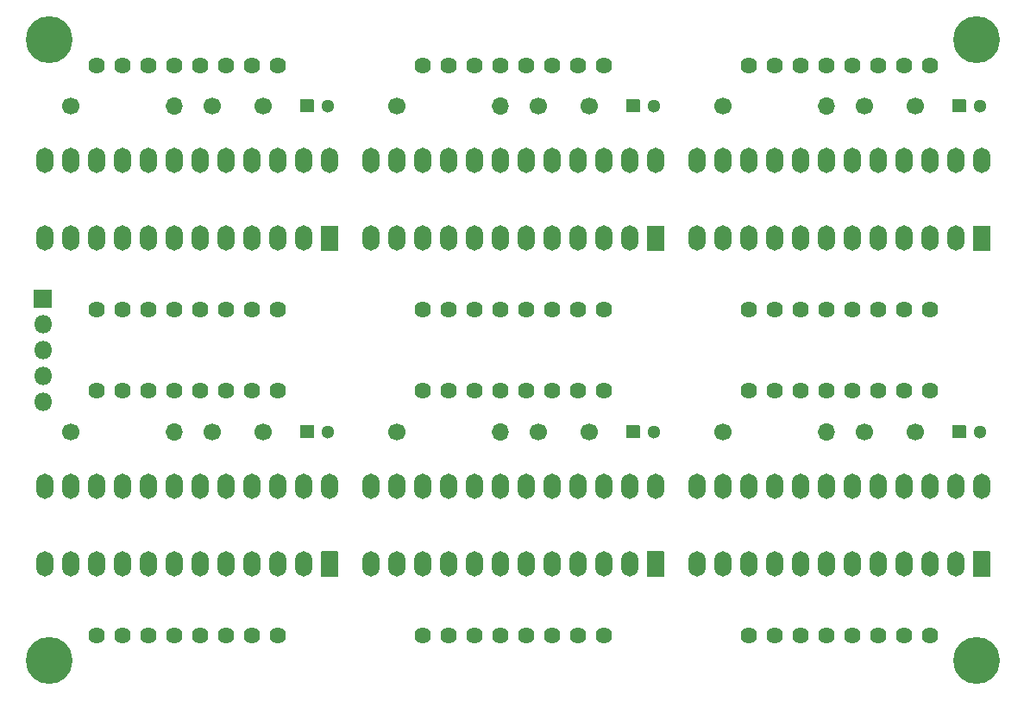
<source format=gts>
%TF.GenerationSoftware,KiCad,Pcbnew,5.1.10-88a1d61d58~88~ubuntu20.04.1*%
%TF.CreationDate,2021-05-02T13:02:05-03:00*%
%TF.ProjectId,D3_Face,44335f46-6163-4652-9e6b-696361645f70,v01*%
%TF.SameCoordinates,Original*%
%TF.FileFunction,Soldermask,Top*%
%TF.FilePolarity,Negative*%
%FSLAX46Y46*%
G04 Gerber Fmt 4.6, Leading zero omitted, Abs format (unit mm)*
G04 Created by KiCad (PCBNEW 5.1.10-88a1d61d58~88~ubuntu20.04.1) date 2021-05-02 13:02:05*
%MOMM*%
%LPD*%
G01*
G04 APERTURE LIST*
%ADD10C,4.600000*%
%ADD11O,1.800000X1.800000*%
%ADD12O,1.700000X2.500000*%
%ADD13C,1.624000*%
%ADD14C,1.300000*%
%ADD15C,1.700000*%
%ADD16O,1.700000X1.700000*%
G04 APERTURE END LIST*
D10*
%TO.C,REF\u002A\u002A*%
X106500000Y-65500000D03*
%TD*%
%TO.C,REF\u002A\u002A*%
X197500000Y-65500000D03*
%TD*%
%TO.C,REF\u002A\u002A*%
X197500000Y-126500000D03*
%TD*%
%TO.C,REF\u002A\u002A*%
X106500000Y-126500000D03*
%TD*%
D11*
%TO.C,J1*%
X105854500Y-101092000D03*
X105854500Y-98552000D03*
X105854500Y-96012000D03*
X105854500Y-93472000D03*
G36*
G01*
X106754500Y-90082000D02*
X106754500Y-91782000D01*
G75*
G02*
X106704500Y-91832000I-50000J0D01*
G01*
X105004500Y-91832000D01*
G75*
G02*
X104954500Y-91782000I0J50000D01*
G01*
X104954500Y-90082000D01*
G75*
G02*
X105004500Y-90032000I50000J0D01*
G01*
X106704500Y-90032000D01*
G75*
G02*
X106754500Y-90082000I0J-50000D01*
G01*
G37*
%TD*%
%TO.C,U1*%
G36*
G01*
X134800000Y-86250000D02*
X133200000Y-86250000D01*
G75*
G02*
X133150000Y-86200000I0J50000D01*
G01*
X133150000Y-83800000D01*
G75*
G02*
X133200000Y-83750000I50000J0D01*
G01*
X134800000Y-83750000D01*
G75*
G02*
X134850000Y-83800000I0J-50000D01*
G01*
X134850000Y-86200000D01*
G75*
G02*
X134800000Y-86250000I-50000J0D01*
G01*
G37*
D12*
X106060000Y-77380000D03*
X131460000Y-85000000D03*
X108600000Y-77380000D03*
X128920000Y-85000000D03*
X111140000Y-77380000D03*
X126380000Y-85000000D03*
X113680000Y-77380000D03*
X123840000Y-85000000D03*
X116220000Y-77380000D03*
X121300000Y-85000000D03*
X118760000Y-77380000D03*
X118760000Y-85000000D03*
X121300000Y-77380000D03*
X116220000Y-85000000D03*
X123840000Y-77380000D03*
X113680000Y-85000000D03*
X126380000Y-77380000D03*
X111140000Y-85000000D03*
X128920000Y-77380000D03*
X108600000Y-85000000D03*
X131460000Y-77380000D03*
X106060000Y-85000000D03*
X134000000Y-77380000D03*
%TD*%
D13*
%TO.C,LED1*%
X128890000Y-92000000D03*
X126350000Y-92000000D03*
X123810000Y-92000000D03*
X121270000Y-92000000D03*
X118730000Y-92000000D03*
X116190000Y-92000000D03*
X113650000Y-92000000D03*
X111110000Y-92000000D03*
X128890000Y-68000000D03*
X126350000Y-68000000D03*
X123810000Y-68000000D03*
X121270000Y-68000000D03*
X118730000Y-68000000D03*
X116190000Y-68000000D03*
X113650000Y-68000000D03*
X111110000Y-68000000D03*
%TD*%
D14*
%TO.C,C4*%
X133800000Y-72000000D03*
G36*
G01*
X131150000Y-72600000D02*
X131150000Y-71400000D01*
G75*
G02*
X131200000Y-71350000I50000J0D01*
G01*
X132400000Y-71350000D01*
G75*
G02*
X132450000Y-71400000I0J-50000D01*
G01*
X132450000Y-72600000D01*
G75*
G02*
X132400000Y-72650000I-50000J0D01*
G01*
X131200000Y-72650000D01*
G75*
G02*
X131150000Y-72600000I0J50000D01*
G01*
G37*
%TD*%
D15*
%TO.C,C1*%
X127500000Y-72000000D03*
X122500000Y-72000000D03*
%TD*%
D16*
%TO.C,R1*%
X118745000Y-72000000D03*
D15*
X108585000Y-72000000D03*
%TD*%
D13*
%TO.C,LED4*%
X128890000Y-124000000D03*
X126350000Y-124000000D03*
X123810000Y-124000000D03*
X121270000Y-124000000D03*
X118730000Y-124000000D03*
X116190000Y-124000000D03*
X113650000Y-124000000D03*
X111110000Y-124000000D03*
X128890000Y-100000000D03*
X126350000Y-100000000D03*
X123810000Y-100000000D03*
X121270000Y-100000000D03*
X118730000Y-100000000D03*
X116190000Y-100000000D03*
X113650000Y-100000000D03*
X111110000Y-100000000D03*
%TD*%
D12*
%TO.C,U6*%
X198000000Y-109380000D03*
X170060000Y-117000000D03*
X195460000Y-109380000D03*
X172600000Y-117000000D03*
X192920000Y-109380000D03*
X175140000Y-117000000D03*
X190380000Y-109380000D03*
X177680000Y-117000000D03*
X187840000Y-109380000D03*
X180220000Y-117000000D03*
X185300000Y-109380000D03*
X182760000Y-117000000D03*
X182760000Y-109380000D03*
X185300000Y-117000000D03*
X180220000Y-109380000D03*
X187840000Y-117000000D03*
X177680000Y-109380000D03*
X190380000Y-117000000D03*
X175140000Y-109380000D03*
X192920000Y-117000000D03*
X172600000Y-109380000D03*
X195460000Y-117000000D03*
X170060000Y-109380000D03*
G36*
G01*
X198800000Y-118250000D02*
X197200000Y-118250000D01*
G75*
G02*
X197150000Y-118200000I0J50000D01*
G01*
X197150000Y-115800000D01*
G75*
G02*
X197200000Y-115750000I50000J0D01*
G01*
X198800000Y-115750000D01*
G75*
G02*
X198850000Y-115800000I0J-50000D01*
G01*
X198850000Y-118200000D01*
G75*
G02*
X198800000Y-118250000I-50000J0D01*
G01*
G37*
%TD*%
%TO.C,U5*%
X166000000Y-109380000D03*
X138060000Y-117000000D03*
X163460000Y-109380000D03*
X140600000Y-117000000D03*
X160920000Y-109380000D03*
X143140000Y-117000000D03*
X158380000Y-109380000D03*
X145680000Y-117000000D03*
X155840000Y-109380000D03*
X148220000Y-117000000D03*
X153300000Y-109380000D03*
X150760000Y-117000000D03*
X150760000Y-109380000D03*
X153300000Y-117000000D03*
X148220000Y-109380000D03*
X155840000Y-117000000D03*
X145680000Y-109380000D03*
X158380000Y-117000000D03*
X143140000Y-109380000D03*
X160920000Y-117000000D03*
X140600000Y-109380000D03*
X163460000Y-117000000D03*
X138060000Y-109380000D03*
G36*
G01*
X166800000Y-118250000D02*
X165200000Y-118250000D01*
G75*
G02*
X165150000Y-118200000I0J50000D01*
G01*
X165150000Y-115800000D01*
G75*
G02*
X165200000Y-115750000I50000J0D01*
G01*
X166800000Y-115750000D01*
G75*
G02*
X166850000Y-115800000I0J-50000D01*
G01*
X166850000Y-118200000D01*
G75*
G02*
X166800000Y-118250000I-50000J0D01*
G01*
G37*
%TD*%
%TO.C,U4*%
G36*
G01*
X134800000Y-118250000D02*
X133200000Y-118250000D01*
G75*
G02*
X133150000Y-118200000I0J50000D01*
G01*
X133150000Y-115800000D01*
G75*
G02*
X133200000Y-115750000I50000J0D01*
G01*
X134800000Y-115750000D01*
G75*
G02*
X134850000Y-115800000I0J-50000D01*
G01*
X134850000Y-118200000D01*
G75*
G02*
X134800000Y-118250000I-50000J0D01*
G01*
G37*
X106060000Y-109380000D03*
X131460000Y-117000000D03*
X108600000Y-109380000D03*
X128920000Y-117000000D03*
X111140000Y-109380000D03*
X126380000Y-117000000D03*
X113680000Y-109380000D03*
X123840000Y-117000000D03*
X116220000Y-109380000D03*
X121300000Y-117000000D03*
X118760000Y-109380000D03*
X118760000Y-117000000D03*
X121300000Y-109380000D03*
X116220000Y-117000000D03*
X123840000Y-109380000D03*
X113680000Y-117000000D03*
X126380000Y-109380000D03*
X111140000Y-117000000D03*
X128920000Y-109380000D03*
X108600000Y-117000000D03*
X131460000Y-109380000D03*
X106060000Y-117000000D03*
X134000000Y-109380000D03*
%TD*%
%TO.C,U3*%
X198000000Y-77380000D03*
X170060000Y-85000000D03*
X195460000Y-77380000D03*
X172600000Y-85000000D03*
X192920000Y-77380000D03*
X175140000Y-85000000D03*
X190380000Y-77380000D03*
X177680000Y-85000000D03*
X187840000Y-77380000D03*
X180220000Y-85000000D03*
X185300000Y-77380000D03*
X182760000Y-85000000D03*
X182760000Y-77380000D03*
X185300000Y-85000000D03*
X180220000Y-77380000D03*
X187840000Y-85000000D03*
X177680000Y-77380000D03*
X190380000Y-85000000D03*
X175140000Y-77380000D03*
X192920000Y-85000000D03*
X172600000Y-77380000D03*
X195460000Y-85000000D03*
X170060000Y-77380000D03*
G36*
G01*
X198800000Y-86250000D02*
X197200000Y-86250000D01*
G75*
G02*
X197150000Y-86200000I0J50000D01*
G01*
X197150000Y-83800000D01*
G75*
G02*
X197200000Y-83750000I50000J0D01*
G01*
X198800000Y-83750000D01*
G75*
G02*
X198850000Y-83800000I0J-50000D01*
G01*
X198850000Y-86200000D01*
G75*
G02*
X198800000Y-86250000I-50000J0D01*
G01*
G37*
%TD*%
%TO.C,U2*%
X166000000Y-77380000D03*
X138060000Y-85000000D03*
X163460000Y-77380000D03*
X140600000Y-85000000D03*
X160920000Y-77380000D03*
X143140000Y-85000000D03*
X158380000Y-77380000D03*
X145680000Y-85000000D03*
X155840000Y-77380000D03*
X148220000Y-85000000D03*
X153300000Y-77380000D03*
X150760000Y-85000000D03*
X150760000Y-77380000D03*
X153300000Y-85000000D03*
X148220000Y-77380000D03*
X155840000Y-85000000D03*
X145680000Y-77380000D03*
X158380000Y-85000000D03*
X143140000Y-77380000D03*
X160920000Y-85000000D03*
X140600000Y-77380000D03*
X163460000Y-85000000D03*
X138060000Y-77380000D03*
G36*
G01*
X166800000Y-86250000D02*
X165200000Y-86250000D01*
G75*
G02*
X165150000Y-86200000I0J50000D01*
G01*
X165150000Y-83800000D01*
G75*
G02*
X165200000Y-83750000I50000J0D01*
G01*
X166800000Y-83750000D01*
G75*
G02*
X166850000Y-83800000I0J-50000D01*
G01*
X166850000Y-86200000D01*
G75*
G02*
X166800000Y-86250000I-50000J0D01*
G01*
G37*
%TD*%
D16*
%TO.C,R6*%
X182745000Y-104000000D03*
D15*
X172585000Y-104000000D03*
%TD*%
D16*
%TO.C,R5*%
X150745000Y-104000000D03*
D15*
X140585000Y-104000000D03*
%TD*%
D16*
%TO.C,R4*%
X118745000Y-104000000D03*
D15*
X108585000Y-104000000D03*
%TD*%
D16*
%TO.C,R3*%
X182745000Y-72000000D03*
D15*
X172585000Y-72000000D03*
%TD*%
D16*
%TO.C,R2*%
X150745000Y-72000000D03*
D15*
X140585000Y-72000000D03*
%TD*%
D13*
%TO.C,LED6*%
X192890000Y-124000000D03*
X190350000Y-124000000D03*
X187810000Y-124000000D03*
X185270000Y-124000000D03*
X182730000Y-124000000D03*
X180190000Y-124000000D03*
X177650000Y-124000000D03*
X175110000Y-124000000D03*
X192890000Y-100000000D03*
X190350000Y-100000000D03*
X187810000Y-100000000D03*
X185270000Y-100000000D03*
X182730000Y-100000000D03*
X180190000Y-100000000D03*
X177650000Y-100000000D03*
X175110000Y-100000000D03*
%TD*%
%TO.C,LED5*%
X160890000Y-124000000D03*
X158350000Y-124000000D03*
X155810000Y-124000000D03*
X153270000Y-124000000D03*
X150730000Y-124000000D03*
X148190000Y-124000000D03*
X145650000Y-124000000D03*
X143110000Y-124000000D03*
X160890000Y-100000000D03*
X158350000Y-100000000D03*
X155810000Y-100000000D03*
X153270000Y-100000000D03*
X150730000Y-100000000D03*
X148190000Y-100000000D03*
X145650000Y-100000000D03*
X143110000Y-100000000D03*
%TD*%
%TO.C,LED3*%
X192890000Y-92000000D03*
X190350000Y-92000000D03*
X187810000Y-92000000D03*
X185270000Y-92000000D03*
X182730000Y-92000000D03*
X180190000Y-92000000D03*
X177650000Y-92000000D03*
X175110000Y-92000000D03*
X192890000Y-68000000D03*
X190350000Y-68000000D03*
X187810000Y-68000000D03*
X185270000Y-68000000D03*
X182730000Y-68000000D03*
X180190000Y-68000000D03*
X177650000Y-68000000D03*
X175110000Y-68000000D03*
%TD*%
%TO.C,LED2*%
X160890000Y-92000000D03*
X158350000Y-92000000D03*
X155810000Y-92000000D03*
X153270000Y-92000000D03*
X150730000Y-92000000D03*
X148190000Y-92000000D03*
X145650000Y-92000000D03*
X143110000Y-92000000D03*
X160890000Y-68000000D03*
X158350000Y-68000000D03*
X155810000Y-68000000D03*
X153270000Y-68000000D03*
X150730000Y-68000000D03*
X148190000Y-68000000D03*
X145650000Y-68000000D03*
X143110000Y-68000000D03*
%TD*%
D14*
%TO.C,C12*%
X197800000Y-104000000D03*
G36*
G01*
X195150000Y-104600000D02*
X195150000Y-103400000D01*
G75*
G02*
X195200000Y-103350000I50000J0D01*
G01*
X196400000Y-103350000D01*
G75*
G02*
X196450000Y-103400000I0J-50000D01*
G01*
X196450000Y-104600000D01*
G75*
G02*
X196400000Y-104650000I-50000J0D01*
G01*
X195200000Y-104650000D01*
G75*
G02*
X195150000Y-104600000I0J50000D01*
G01*
G37*
%TD*%
%TO.C,C11*%
X165800000Y-104000000D03*
G36*
G01*
X163150000Y-104600000D02*
X163150000Y-103400000D01*
G75*
G02*
X163200000Y-103350000I50000J0D01*
G01*
X164400000Y-103350000D01*
G75*
G02*
X164450000Y-103400000I0J-50000D01*
G01*
X164450000Y-104600000D01*
G75*
G02*
X164400000Y-104650000I-50000J0D01*
G01*
X163200000Y-104650000D01*
G75*
G02*
X163150000Y-104600000I0J50000D01*
G01*
G37*
%TD*%
%TO.C,C10*%
X133800000Y-104000000D03*
G36*
G01*
X131150000Y-104600000D02*
X131150000Y-103400000D01*
G75*
G02*
X131200000Y-103350000I50000J0D01*
G01*
X132400000Y-103350000D01*
G75*
G02*
X132450000Y-103400000I0J-50000D01*
G01*
X132450000Y-104600000D01*
G75*
G02*
X132400000Y-104650000I-50000J0D01*
G01*
X131200000Y-104650000D01*
G75*
G02*
X131150000Y-104600000I0J50000D01*
G01*
G37*
%TD*%
D15*
%TO.C,C9*%
X191500000Y-104000000D03*
X186500000Y-104000000D03*
%TD*%
%TO.C,C8*%
X159500000Y-104000000D03*
X154500000Y-104000000D03*
%TD*%
%TO.C,C7*%
X127500000Y-104000000D03*
X122500000Y-104000000D03*
%TD*%
D14*
%TO.C,C6*%
X197800000Y-72000000D03*
G36*
G01*
X195150000Y-72600000D02*
X195150000Y-71400000D01*
G75*
G02*
X195200000Y-71350000I50000J0D01*
G01*
X196400000Y-71350000D01*
G75*
G02*
X196450000Y-71400000I0J-50000D01*
G01*
X196450000Y-72600000D01*
G75*
G02*
X196400000Y-72650000I-50000J0D01*
G01*
X195200000Y-72650000D01*
G75*
G02*
X195150000Y-72600000I0J50000D01*
G01*
G37*
%TD*%
%TO.C,C5*%
X165800000Y-72000000D03*
G36*
G01*
X163150000Y-72600000D02*
X163150000Y-71400000D01*
G75*
G02*
X163200000Y-71350000I50000J0D01*
G01*
X164400000Y-71350000D01*
G75*
G02*
X164450000Y-71400000I0J-50000D01*
G01*
X164450000Y-72600000D01*
G75*
G02*
X164400000Y-72650000I-50000J0D01*
G01*
X163200000Y-72650000D01*
G75*
G02*
X163150000Y-72600000I0J50000D01*
G01*
G37*
%TD*%
D15*
%TO.C,C3*%
X191500000Y-72000000D03*
X186500000Y-72000000D03*
%TD*%
%TO.C,C2*%
X159500000Y-72000000D03*
X154500000Y-72000000D03*
%TD*%
M02*

</source>
